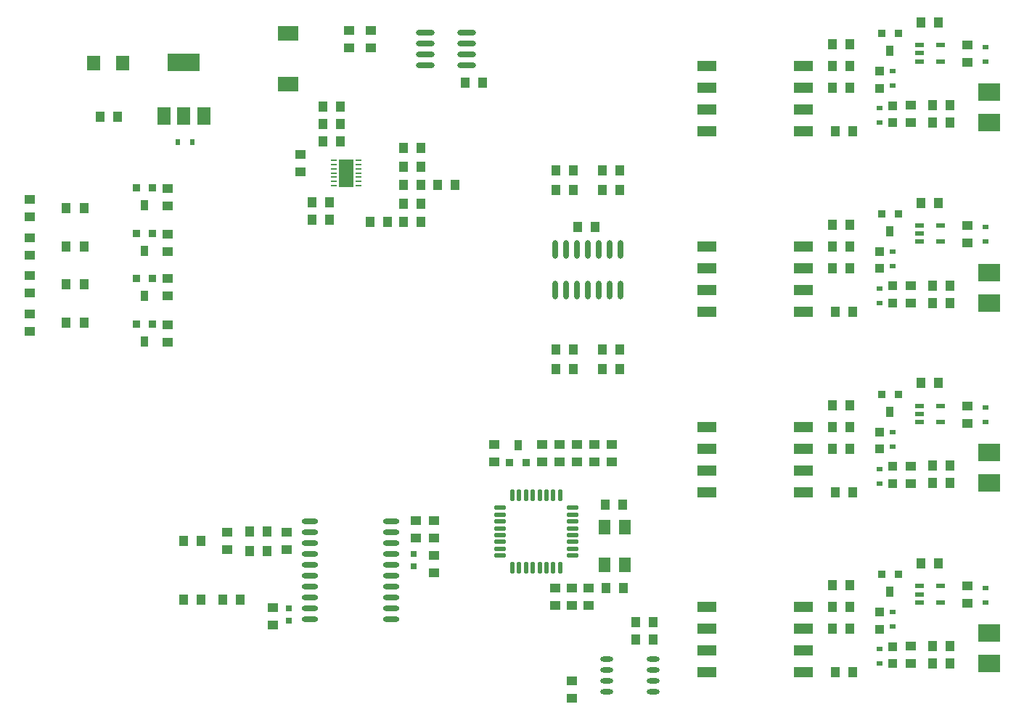
<source format=gtp>
G04*
G04 #@! TF.GenerationSoftware,Altium Limited,Altium Designer,20.0.10 (225)*
G04*
G04 Layer_Color=8421504*
%FSLAX25Y25*%
%MOIN*%
G70*
G01*
G75*
%ADD22R,0.03150X0.02362*%
%ADD23R,0.04331X0.04724*%
%ADD24R,0.03600X0.05000*%
%ADD25R,0.03600X0.03600*%
%ADD26R,0.05000X0.04000*%
%ADD27O,0.05906X0.02362*%
%ADD28R,0.04000X0.05000*%
%ADD29R,0.05512X0.07087*%
%ADD30R,0.03937X0.03937*%
%ADD31R,0.09016X0.05118*%
%ADD32R,0.03000X0.03000*%
%ADD33R,0.15000X0.07900*%
%ADD34R,0.05900X0.07900*%
%ADD35R,0.06000X0.07087*%
%ADD36R,0.02362X0.03150*%
%ADD37R,0.09449X0.07087*%
%ADD38R,0.09843X0.07874*%
%ADD39R,0.04331X0.02362*%
%ADD40O,0.02362X0.08661*%
%ADD41R,0.06693X0.12992*%
%ADD42R,0.02756X0.00984*%
%ADD43O,0.07480X0.02362*%
%ADD44O,0.08661X0.02362*%
%ADD45O,0.05709X0.02165*%
%ADD46O,0.02165X0.05709*%
D22*
X555300Y465748D02*
D03*
Y472440D02*
D03*
X506440Y195600D02*
D03*
Y188907D02*
D03*
Y278500D02*
D03*
Y271807D02*
D03*
Y354707D02*
D03*
Y361400D02*
D03*
X512440Y454607D02*
D03*
Y461300D02*
D03*
X506440Y437607D02*
D03*
Y444300D02*
D03*
X512440Y295500D02*
D03*
Y288807D02*
D03*
Y371707D02*
D03*
Y378400D02*
D03*
X555300Y389541D02*
D03*
Y382848D02*
D03*
Y217048D02*
D03*
Y223741D02*
D03*
Y299948D02*
D03*
Y306641D02*
D03*
X512440Y212600D02*
D03*
Y205907D02*
D03*
D23*
X141134Y345700D02*
D03*
X132900D02*
D03*
X141134Y363300D02*
D03*
X132866D02*
D03*
X141134Y398300D02*
D03*
X132866D02*
D03*
X141134Y380800D02*
D03*
X132866D02*
D03*
D24*
X340469Y289300D02*
D03*
X511400Y221940D02*
D03*
Y304840D02*
D03*
Y387740D02*
D03*
Y470641D02*
D03*
X168900Y378600D02*
D03*
Y358100D02*
D03*
Y337100D02*
D03*
Y399600D02*
D03*
D25*
X336668Y281300D02*
D03*
X344168Y281300D02*
D03*
X515200Y229941D02*
D03*
X507700D02*
D03*
X515200Y312841D02*
D03*
X507700D02*
D03*
X515200Y395741D02*
D03*
X507700D02*
D03*
X515200Y478641D02*
D03*
X507700D02*
D03*
X172700Y386600D02*
D03*
X165200D02*
D03*
X172700Y366100D02*
D03*
X165200D02*
D03*
X172700Y345100D02*
D03*
X165200D02*
D03*
X172700Y407600D02*
D03*
X165200D02*
D03*
D26*
X357569Y223700D02*
D03*
Y215700D02*
D03*
X365200Y180900D02*
D03*
Y172900D02*
D03*
X520940Y188900D02*
D03*
Y196900D02*
D03*
Y271800D02*
D03*
Y279800D02*
D03*
Y362700D02*
D03*
Y354700D02*
D03*
X227800Y214700D02*
D03*
Y206700D02*
D03*
X234300Y241200D02*
D03*
Y249200D02*
D03*
X207000Y241200D02*
D03*
Y249200D02*
D03*
X293500Y254800D02*
D03*
Y246800D02*
D03*
X383469Y289800D02*
D03*
Y281800D02*
D03*
X302000Y238800D02*
D03*
Y230800D02*
D03*
X263000Y480000D02*
D03*
Y472000D02*
D03*
X329468Y281800D02*
D03*
Y289800D02*
D03*
X273000Y480000D02*
D03*
Y472000D02*
D03*
X375468Y281800D02*
D03*
Y289800D02*
D03*
X302000Y254800D02*
D03*
Y246800D02*
D03*
X547000Y382341D02*
D03*
Y390340D02*
D03*
Y307440D02*
D03*
Y299441D02*
D03*
X351468Y281800D02*
D03*
Y289800D02*
D03*
X367469Y281800D02*
D03*
Y289800D02*
D03*
X520940Y445600D02*
D03*
Y437600D02*
D03*
X359469Y281800D02*
D03*
Y289800D02*
D03*
X547000Y465240D02*
D03*
Y473241D02*
D03*
X365268Y223700D02*
D03*
Y215700D02*
D03*
X372969Y223700D02*
D03*
Y215700D02*
D03*
X240500Y415000D02*
D03*
Y423000D02*
D03*
X547000Y224540D02*
D03*
Y216541D02*
D03*
X179700Y407300D02*
D03*
Y399300D02*
D03*
Y386300D02*
D03*
Y378300D02*
D03*
Y365900D02*
D03*
Y357900D02*
D03*
Y344800D02*
D03*
Y336800D02*
D03*
X116300Y402300D02*
D03*
Y394300D02*
D03*
Y384800D02*
D03*
Y376800D02*
D03*
Y367300D02*
D03*
Y359300D02*
D03*
Y349700D02*
D03*
Y341700D02*
D03*
D27*
X381270Y191000D02*
D03*
Y186000D02*
D03*
Y181000D02*
D03*
Y176000D02*
D03*
X402530Y191000D02*
D03*
Y186000D02*
D03*
Y181000D02*
D03*
Y176000D02*
D03*
D28*
X394568Y207900D02*
D03*
X402568D02*
D03*
X494300Y433640D02*
D03*
X486300D02*
D03*
X484940Y380740D02*
D03*
X492941D02*
D03*
X311500Y409000D02*
D03*
X303500D02*
D03*
X288000Y400500D02*
D03*
X296000D02*
D03*
X246000Y393000D02*
D03*
X254000D02*
D03*
X212800Y218200D02*
D03*
X204800D02*
D03*
X324400Y455900D02*
D03*
X316400D02*
D03*
X538840Y445700D02*
D03*
X530840D02*
D03*
X538840Y437700D02*
D03*
X530840D02*
D03*
X217300Y240700D02*
D03*
X225300D02*
D03*
X217300Y249700D02*
D03*
X225300D02*
D03*
X538840Y362800D02*
D03*
X530840D02*
D03*
X492941Y287841D02*
D03*
X484940D02*
D03*
X530840Y197000D02*
D03*
X538840D02*
D03*
X530840Y189000D02*
D03*
X538840D02*
D03*
X492941Y307840D02*
D03*
X484940D02*
D03*
X492941Y224940D02*
D03*
X484940D02*
D03*
X530840Y279900D02*
D03*
X538840D02*
D03*
X492941Y297840D02*
D03*
X484940D02*
D03*
X530840Y271900D02*
D03*
X538840D02*
D03*
X525700Y317940D02*
D03*
X533700D02*
D03*
X538840Y354800D02*
D03*
X530840D02*
D03*
X492941Y204941D02*
D03*
X484940D02*
D03*
X533700Y400841D02*
D03*
X525700D02*
D03*
X492941Y214941D02*
D03*
X484940D02*
D03*
X486300Y267841D02*
D03*
X494300D02*
D03*
X486300Y184941D02*
D03*
X494300D02*
D03*
X533700Y483741D02*
D03*
X525700D02*
D03*
X389093Y223700D02*
D03*
X381093D02*
D03*
X380668Y262100D02*
D03*
X388668D02*
D03*
X402468Y200000D02*
D03*
X394468D02*
D03*
X259000Y445000D02*
D03*
X251000D02*
D03*
X259000Y429000D02*
D03*
X251000D02*
D03*
X259000Y437000D02*
D03*
X251000D02*
D03*
X366000Y406649D02*
D03*
X358000D02*
D03*
X366000Y324349D02*
D03*
X358000D02*
D03*
X366000Y333349D02*
D03*
X358000D02*
D03*
X525700Y235040D02*
D03*
X533700D02*
D03*
X379100Y406649D02*
D03*
X387100D02*
D03*
X379100Y324349D02*
D03*
X387100D02*
D03*
X367800Y389749D02*
D03*
X375800D02*
D03*
X379100Y333349D02*
D03*
X387100D02*
D03*
X254000Y401000D02*
D03*
X246000D02*
D03*
X484940Y473640D02*
D03*
X492941D02*
D03*
X484940Y453641D02*
D03*
X492941D02*
D03*
X494300Y350741D02*
D03*
X486300D02*
D03*
X484940Y390740D02*
D03*
X492941D02*
D03*
X484940Y370741D02*
D03*
X492941D02*
D03*
X186800Y245200D02*
D03*
X194800D02*
D03*
Y218200D02*
D03*
X186800D02*
D03*
X272500Y392000D02*
D03*
X280500D02*
D03*
X296000Y417500D02*
D03*
X288000D02*
D03*
X296000Y409000D02*
D03*
X288000D02*
D03*
Y392000D02*
D03*
X296000D02*
D03*
X148500Y440500D02*
D03*
X156500D02*
D03*
X296000Y426000D02*
D03*
X288000D02*
D03*
X366000Y415649D02*
D03*
X358000D02*
D03*
X379100D02*
D03*
X387100D02*
D03*
X484940Y463640D02*
D03*
X492941D02*
D03*
D29*
X380144Y234239D02*
D03*
X389593Y234239D02*
D03*
X380144Y251561D02*
D03*
X389593Y251561D02*
D03*
D30*
X512440Y196774D02*
D03*
Y188900D02*
D03*
Y279674D02*
D03*
Y271800D02*
D03*
Y354700D02*
D03*
Y362574D02*
D03*
X506440Y453426D02*
D03*
Y461300D02*
D03*
X512440Y437600D02*
D03*
Y445474D02*
D03*
X506440Y295500D02*
D03*
Y287626D02*
D03*
Y370526D02*
D03*
Y378400D02*
D03*
Y212600D02*
D03*
Y204726D02*
D03*
D31*
X471446Y184941D02*
D03*
Y194940D02*
D03*
Y204941D02*
D03*
Y214941D02*
D03*
X427154Y184941D02*
D03*
Y194940D02*
D03*
Y204941D02*
D03*
Y214941D02*
D03*
X471446Y267841D02*
D03*
Y277840D02*
D03*
Y287841D02*
D03*
Y297840D02*
D03*
X427154Y267841D02*
D03*
Y277840D02*
D03*
Y287841D02*
D03*
Y297840D02*
D03*
X471446Y350741D02*
D03*
Y360740D02*
D03*
Y370741D02*
D03*
Y380740D02*
D03*
X427154Y350741D02*
D03*
Y360740D02*
D03*
Y370741D02*
D03*
Y380740D02*
D03*
X471446Y433640D02*
D03*
Y443641D02*
D03*
Y453641D02*
D03*
Y463640D02*
D03*
X427154Y433640D02*
D03*
Y443641D02*
D03*
Y453641D02*
D03*
Y463640D02*
D03*
D32*
X235300Y214200D02*
D03*
Y208700D02*
D03*
X292500Y239300D02*
D03*
Y233800D02*
D03*
D33*
X187000Y465500D02*
D03*
D34*
X177900Y440700D02*
D03*
X187000D02*
D03*
X196100D02*
D03*
D35*
X145500Y465000D02*
D03*
X159000D02*
D03*
D36*
X184307Y428800D02*
D03*
X191000D02*
D03*
D37*
X235000Y455189D02*
D03*
Y478811D02*
D03*
D38*
X556941Y437700D02*
D03*
Y451676D02*
D03*
Y285876D02*
D03*
Y271900D02*
D03*
Y354800D02*
D03*
Y368776D02*
D03*
Y202976D02*
D03*
Y189000D02*
D03*
D39*
X525076Y224581D02*
D03*
Y220841D02*
D03*
Y217100D02*
D03*
X534524D02*
D03*
Y224581D02*
D03*
X525076Y307481D02*
D03*
Y303741D02*
D03*
Y300000D02*
D03*
X534524D02*
D03*
Y307481D02*
D03*
Y390381D02*
D03*
Y382900D02*
D03*
X525076D02*
D03*
Y386641D02*
D03*
Y390381D02*
D03*
X534524Y473281D02*
D03*
Y465800D02*
D03*
X525076D02*
D03*
Y469541D02*
D03*
Y473281D02*
D03*
D40*
X357600Y360551D02*
D03*
X362600D02*
D03*
X367600D02*
D03*
X372600D02*
D03*
X377600D02*
D03*
X382600D02*
D03*
X387600D02*
D03*
X357600Y379449D02*
D03*
X362600D02*
D03*
X367600D02*
D03*
X372600D02*
D03*
X377600D02*
D03*
X382600D02*
D03*
X387600D02*
D03*
D41*
X261500Y414500D02*
D03*
D42*
X255791Y420405D02*
D03*
Y418437D02*
D03*
Y416468D02*
D03*
Y414500D02*
D03*
Y412532D02*
D03*
Y410563D02*
D03*
Y408595D02*
D03*
X267209Y420405D02*
D03*
Y418437D02*
D03*
Y416468D02*
D03*
Y414500D02*
D03*
Y412532D02*
D03*
Y410563D02*
D03*
Y408595D02*
D03*
D43*
X282202Y209200D02*
D03*
Y214200D02*
D03*
Y219200D02*
D03*
Y224200D02*
D03*
Y229200D02*
D03*
Y234200D02*
D03*
Y239200D02*
D03*
Y244200D02*
D03*
Y249200D02*
D03*
Y254200D02*
D03*
X244800Y209200D02*
D03*
Y214200D02*
D03*
Y219200D02*
D03*
Y224200D02*
D03*
Y229200D02*
D03*
Y234200D02*
D03*
Y239200D02*
D03*
Y244200D02*
D03*
Y249200D02*
D03*
Y254200D02*
D03*
D44*
X316949Y464000D02*
D03*
Y469000D02*
D03*
Y474000D02*
D03*
Y479000D02*
D03*
X298051Y464000D02*
D03*
Y469000D02*
D03*
Y474000D02*
D03*
Y479000D02*
D03*
D45*
X365502Y238576D02*
D03*
Y241726D02*
D03*
Y244876D02*
D03*
Y248025D02*
D03*
Y251175D02*
D03*
Y254324D02*
D03*
Y257474D02*
D03*
Y260624D02*
D03*
X332235D02*
D03*
Y257474D02*
D03*
Y254324D02*
D03*
Y251175D02*
D03*
Y248025D02*
D03*
Y244876D02*
D03*
Y241726D02*
D03*
Y238576D02*
D03*
D46*
X359892Y266234D02*
D03*
X356743D02*
D03*
X353593D02*
D03*
X350443D02*
D03*
X347294D02*
D03*
X344144D02*
D03*
X340995D02*
D03*
X337845D02*
D03*
Y232966D02*
D03*
X340995D02*
D03*
X344144D02*
D03*
X347294D02*
D03*
X350443D02*
D03*
X353593D02*
D03*
X356743D02*
D03*
X359892D02*
D03*
M02*

</source>
